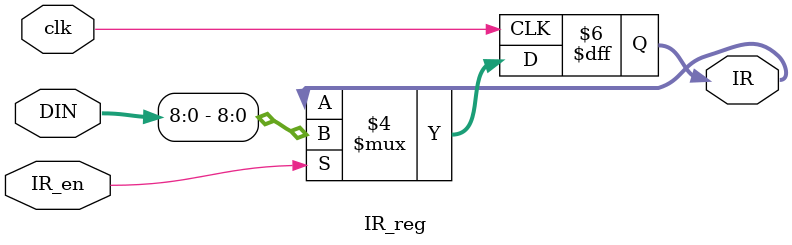
<source format=v>
module Generate_Clk(clk, clk_gen);
  input clk;
  output clk_gen;  
  reg[25:0] counter;
  reg clk_gen;
  
  initial
  begin
    counter = 26'b0;
  end
  
  always @(posedge clk)
  begin
	 counter = counter + 1'b1;
    if(counter == 26'd25000000) //25000000
	 begin
        counter = 26'b0;
		  clk_gen = 1;
	 end
	 else
		clk_gen = 0;
  end
endmodule

module Generate(clk, DIN, clr_counter);
  input clk;
  output[15:0] DIN;
  output clr_counter;
  reg clr_counter;
  reg[25:0] counter;
  reg[15:0] DIN;
  reg[3:0] DIN_case;

  initial
  begin
    counter = 26'b0;
	 DIN_case = 4'b0;
	 clr_counter = 0;
  end

  always @(posedge clk)
  begin
    counter = counter + 1'b1;
	 if (counter == 26'd5)
	 begin
	   clr_counter = 1;
	   case (DIN_case)
		  4'd0: DIN[8:0] = 9'b001001111;
		  4'd1: DIN[8:0] = 9'b000000001;
		  4'd2: DIN[8:0] = 9'b010000001;
		  4'd3: DIN[8:0] = 9'b011000001;
		  default: DIN[8:0] = 9'b001001000;
		endcase
		DIN_case = DIN_case + 1'b1;
		counter = 26'b0;
	 end
	 else
	 clr_counter = 0;
  end
endmodule

module UserClk(clk, clk_out);
  input clk;
  output clk_out;
  wire clk_out;
  reg clk_out_reg;
  reg[25:0] counter;
  
  initial
  begin
	 counter = 26'b0;
	 clk_out_reg = 0;
  end
  
  always@(posedge clk)
  begin
	 counter = counter + 1'b1;
    if(counter == 26'd5)
      begin
        counter = 26'b0;
        clk_out_reg = 1'b1;
      end
    else
		clk_out_reg = 1'b0;
  end
  
  assign clk_out = clk_out_reg;
endmodule 
	
module AddSubG(G_en, A_in, Bus, math_op, clk, G_out);
  input clk, G_en, math_op;
  input[15:0] Bus, A_in;
  output[15:0] G_out;
  reg[15:0] G_out;

  always @(posedge clk)
    case (math_op)
      0: G_out = A_in + Bus;
      1: G_out = A_in - Bus;
      default: G_out = 16'b1;
    endcase
endmodule

module R_mem_reg(Bus, R_mem_en, clk, R_mem_out);
  input[15:0] Bus;
  input R_mem_en, clk;
  output[15:0] R_mem_out;
  reg[15:0] R_mem_out;

  always@(posedge clk)
  if (R_mem_en == 1)
    R_mem_out = Bus;
endmodule

module A_reg(A_en, Bus, clk, A_out);
  input clk, A_en;
  input[15:0] Bus;
  output[15:0] A_out;
  reg[15:0] A_out;

  always @(posedge clk)
    A_out = Bus;
endmodule

module Multiplexer(DIN, R_mem0, R_mem1, R_mem2, R_mem3, R_mem4, R_mem5, R_mem6, R_mem7,
G_in, R_chs, DIN_chs, G_chs, Bus);
  input[15:0] DIN, G_in;
  input[15:0] R_mem0, R_mem1, R_mem2, R_mem3, R_mem4, R_mem5, R_mem6, R_mem7;
  input[7:0] R_chs;
  input DIN_chs, G_chs;
  output[15:0] Bus;
  reg[15:0] Bus;

  always @(R_chs, G_chs, DIN_chs)
  begin
  if (G_chs == 1)
    Bus = G_in;
  else
    if (DIN_chs == 1)
	   Bus = DIN;
	 else
		 case (R_chs)
			8'd1: Bus = R_mem0;
			8'd2: Bus = R_mem1;
			8'd4: Bus = R_mem2;
			8'd8: Bus = R_mem3;
			8'd16: Bus = R_mem4;
			8'd32: Bus = R_mem5;
			8'd64: Bus = R_mem6;
			8'd128: Bus = R_mem7;
			default: Bus = 15'b1;
		 endcase
  end
endmodule

module Counter(clr_counter, clk, count);
  input clr_counter;
  input clk;
  output[2:0] count;
  reg[2:0] count;

  initial
  begin
    count = 3'b0;
  end

  always @(posedge clk)
  begin
    count = count + 1'b1;
    if (clr_counter == 1'b1)
	   count = 3'b0;
  end
endmodule

module Control_unit(R_mem_en, R_chs, DIN_chs, G_chs, A_en, G_en, IR, IR_en, math_op, counter);
  input[2:0] counter;
  input[8:0] IR;
  output[7:0] R_mem_en, R_chs;
  output A_en, G_en, DIN_chs, G_chs, math_op, IR_en;
  reg A_en, G_en, DIN_chs, G_chs, math_op, IR_en;
  reg [7:0] R_mem_en, R_chs;
  reg [1:0] IR_cnt;
  
  initial
  begin
    IR_cnt = 2'b0;
	 IR_en = 1;
  end

  function[7:0] R_def;
    input[2:0] IR_XXX;
    begin
      case (IR_XXX)
        3'd0: R_def = 8'b00000001;
        3'd1: R_def = 8'b00000010;
        3'd2: R_def = 8'b00000100;
        3'd3: R_def = 8'b00001000;
        3'd4: R_def = 8'b00010000;
        3'd5: R_def = 8'b00100000;
        3'd6: R_def = 8'b01000000;
        3'd7: R_def = 8'b10000000;
        default: R_def = 8'b0;
      endcase
    end
  endfunction

  always @(counter)
  begin
		 case (IR[8:6])
			3'd0:
			  if (counter == 3'd0)
			  begin
				 IR_cnt = 2'd1;
				 R_mem_en = R_def(IR[5:3]);
				 R_chs = R_def(IR[2:0]);
				 DIN_chs = 0;
				 G_chs = 0;
				 A_en = 0;
				 G_en = 0;
			  end
			  else
			  begin
				 R_chs = 8'b0;
				 R_mem_en = 8'b0;
			  end

			3'd1:
			  if (counter == 3'b0)
			  begin
				 IR_cnt = 2'd1;
				 R_mem_en = R_def(IR[5:3]);
				 R_chs = 8'b0;
				 DIN_chs = 1;
				 G_chs = 0;
				 A_en = 0;
				 G_en = 0;
			  end
			  else
			  begin
				 R_chs = 8'b0;
				 R_mem_en = 8'b0;
			  end

			3'd2:
			case (counter)
			  3'd0:
				 begin
					IR_cnt = 2'd3;
					R_mem_en = 8'b0;
					R_chs = R_def(IR[2:0]);
					DIN_chs = 0;
					G_chs = 0;
					A_en = 1;
					G_en = 0;
					math_op = 0;
				 end
			  3'd1:
				 begin
					IR_cnt = 2'd3;
					R_mem_en = 8'b0;
					R_chs = R_def(IR[5:3]);
					DIN_chs = 0;
					G_chs = 0;
					A_en = 0;
					G_en = 1;
				 end
			  3'd2:
				 begin
					IR_cnt = 2'd3;
					R_mem_en = R_def(IR[5:3]);
					R_chs = 8'b0;
					DIN_chs = 0;
					G_chs = 1;
					A_en = 0;
					G_en = 0;
				 end
			  default:
				 begin
					R_chs = 8'b0;
					R_mem_en = 8'b0;
				 end
			endcase

			3'd3:
			  case(counter)
			  3'd0:
				 begin
					IR_cnt = 2'd3;
					R_mem_en = 8'b0;
					R_chs = R_def(IR[2:0]);
					DIN_chs = 0;
					G_chs = 0;
					A_en = 1;
					G_en = 0;
					math_op = 1;
				 end
			  3'd1:
				 begin
					IR_cnt = 2'd3;
					R_mem_en = 8'b0;
					R_chs = R_def(IR[5:3]);
					DIN_chs = 0;
					G_chs = 0;
					A_en = 0;
					G_en = 1;
				 end
			  3'd2:
				 begin
					IR_cnt = 2'd3;
					R_mem_en = R_def(IR[5:3]);
					R_chs = 8'b0;
					DIN_chs = 0;
					G_chs = 1;
					A_en = 0;
					G_en = 0;
				 end
			  default:
				 begin
					R_chs = 8'b0;
					R_mem_en = 8'b0;
				 end
			  endcase

			default:
			  begin
				 IR_cnt = 2'b0;
				 R_mem_en = 8'b0;
				 R_chs = 8'b0;
				 DIN_chs = 0;
				 G_chs = 0;
				 A_en = 0;
				 G_en = 1;
			  end
		 endcase
  end
endmodule

module IR_reg(clk, IR, DIN, IR_en);
  input clk, IR_en;
  input [15:0] DIN;
  output [8:0] IR;
  reg [8:0] IR;

  always @(posedge clk)
  begin
    if (IR_en == 1)
	   IR = DIN[8:0];
  end
endmodule

</source>
